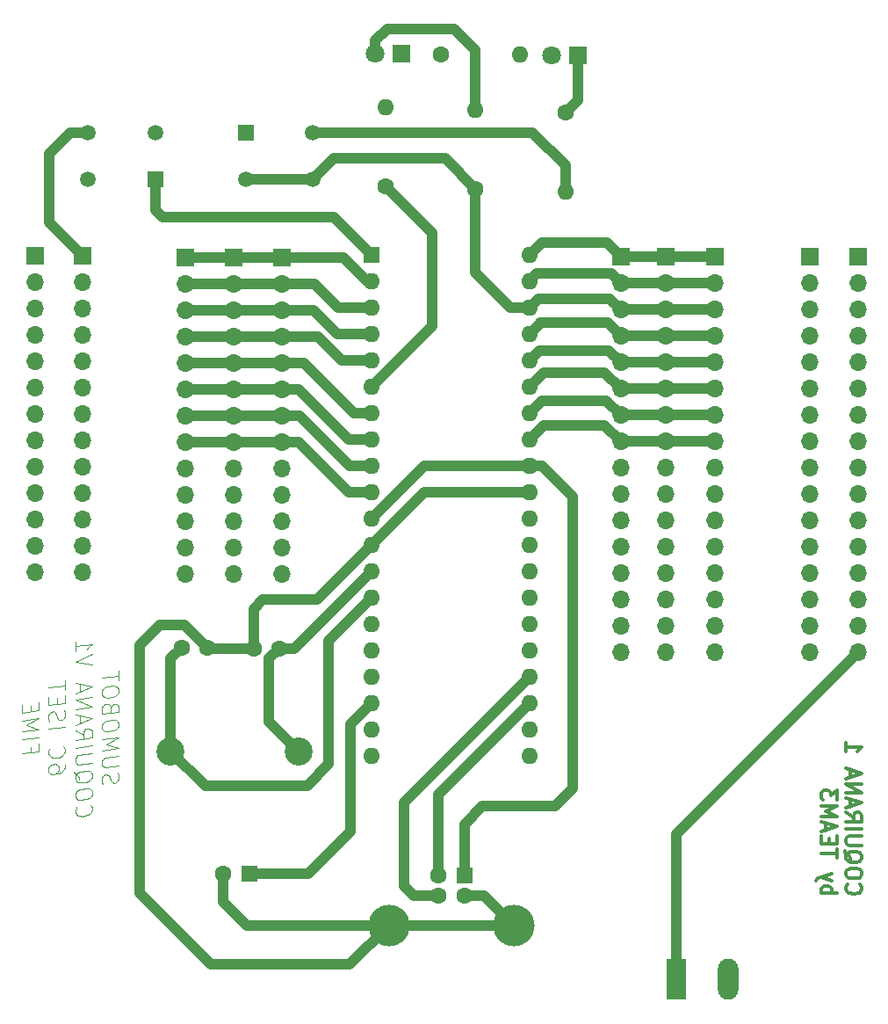
<source format=gbr>
%TF.GenerationSoftware,KiCad,Pcbnew,8.0.8*%
%TF.CreationDate,2025-04-18T17:50:53-06:00*%
%TF.ProjectId,Coquirana1,436f7175-6972-4616-9e61-312e6b696361,rev?*%
%TF.SameCoordinates,Original*%
%TF.FileFunction,Copper,L2,Bot*%
%TF.FilePolarity,Positive*%
%FSLAX46Y46*%
G04 Gerber Fmt 4.6, Leading zero omitted, Abs format (unit mm)*
G04 Created by KiCad (PCBNEW 8.0.8) date 2025-04-18 17:50:53*
%MOMM*%
%LPD*%
G01*
G04 APERTURE LIST*
%ADD10C,0.125000*%
%TA.AperFunction,NonConductor*%
%ADD11C,0.125000*%
%TD*%
%ADD12C,0.300000*%
%TA.AperFunction,NonConductor*%
%ADD13C,0.300000*%
%TD*%
%TA.AperFunction,ComponentPad*%
%ADD14C,1.600000*%
%TD*%
%TA.AperFunction,ComponentPad*%
%ADD15O,1.600000X1.600000*%
%TD*%
%TA.AperFunction,ComponentPad*%
%ADD16R,1.700000X1.700000*%
%TD*%
%TA.AperFunction,ComponentPad*%
%ADD17O,1.700000X1.700000*%
%TD*%
%TA.AperFunction,ComponentPad*%
%ADD18R,1.600000X1.600000*%
%TD*%
%TA.AperFunction,ComponentPad*%
%ADD19R,1.800000X1.800000*%
%TD*%
%TA.AperFunction,ComponentPad*%
%ADD20C,1.800000*%
%TD*%
%TA.AperFunction,ComponentPad*%
%ADD21C,4.000000*%
%TD*%
%TA.AperFunction,ComponentPad*%
%ADD22R,1.498000X1.498000*%
%TD*%
%TA.AperFunction,ComponentPad*%
%ADD23C,1.498000*%
%TD*%
%TA.AperFunction,ComponentPad*%
%ADD24R,1.980000X3.960000*%
%TD*%
%TA.AperFunction,ComponentPad*%
%ADD25O,1.980000X3.960000*%
%TD*%
%TA.AperFunction,ComponentPad*%
%ADD26C,2.700000*%
%TD*%
%TA.AperFunction,Conductor*%
%ADD27C,1.000000*%
%TD*%
%TA.AperFunction,Conductor*%
%ADD28C,0.200000*%
%TD*%
G04 APERTURE END LIST*
D10*
D11*
X115856230Y-115945237D02*
X115780039Y-115726189D01*
X115780039Y-115726189D02*
X115780039Y-115345237D01*
X115780039Y-115345237D02*
X115856230Y-115183332D01*
X115856230Y-115183332D02*
X115932420Y-115097618D01*
X115932420Y-115097618D02*
X116084801Y-115002379D01*
X116084801Y-115002379D02*
X116237182Y-114983332D01*
X116237182Y-114983332D02*
X116389563Y-115040475D01*
X116389563Y-115040475D02*
X116465753Y-115107141D01*
X116465753Y-115107141D02*
X116541944Y-115249999D01*
X116541944Y-115249999D02*
X116618134Y-115545237D01*
X116618134Y-115545237D02*
X116694325Y-115688094D01*
X116694325Y-115688094D02*
X116770515Y-115754760D01*
X116770515Y-115754760D02*
X116922896Y-115811903D01*
X116922896Y-115811903D02*
X117075277Y-115792856D01*
X117075277Y-115792856D02*
X117227658Y-115697618D01*
X117227658Y-115697618D02*
X117303849Y-115611903D01*
X117303849Y-115611903D02*
X117380039Y-115449999D01*
X117380039Y-115449999D02*
X117380039Y-115069046D01*
X117380039Y-115069046D02*
X117303849Y-114849999D01*
X117380039Y-114154760D02*
X116084801Y-114316665D01*
X116084801Y-114316665D02*
X115932420Y-114259522D01*
X115932420Y-114259522D02*
X115856230Y-114192855D01*
X115856230Y-114192855D02*
X115780039Y-114049998D01*
X115780039Y-114049998D02*
X115780039Y-113745236D01*
X115780039Y-113745236D02*
X115856230Y-113583331D01*
X115856230Y-113583331D02*
X115932420Y-113497617D01*
X115932420Y-113497617D02*
X116084801Y-113402379D01*
X116084801Y-113402379D02*
X117380039Y-113240474D01*
X115780039Y-112678570D02*
X117380039Y-112478570D01*
X117380039Y-112478570D02*
X116237182Y-112088094D01*
X116237182Y-112088094D02*
X117380039Y-111411903D01*
X117380039Y-111411903D02*
X115780039Y-111611903D01*
X117380039Y-110345237D02*
X117380039Y-110040475D01*
X117380039Y-110040475D02*
X117303849Y-109897618D01*
X117303849Y-109897618D02*
X117151468Y-109764285D01*
X117151468Y-109764285D02*
X116846706Y-109726189D01*
X116846706Y-109726189D02*
X116313372Y-109792856D01*
X116313372Y-109792856D02*
X116008610Y-109907142D01*
X116008610Y-109907142D02*
X115856230Y-110078570D01*
X115856230Y-110078570D02*
X115780039Y-110240475D01*
X115780039Y-110240475D02*
X115780039Y-110545237D01*
X115780039Y-110545237D02*
X115856230Y-110688094D01*
X115856230Y-110688094D02*
X116008610Y-110821428D01*
X116008610Y-110821428D02*
X116313372Y-110859523D01*
X116313372Y-110859523D02*
X116846706Y-110792856D01*
X116846706Y-110792856D02*
X117151468Y-110678570D01*
X117151468Y-110678570D02*
X117303849Y-110507142D01*
X117303849Y-110507142D02*
X117380039Y-110345237D01*
X116618134Y-108535714D02*
X116541944Y-108316666D01*
X116541944Y-108316666D02*
X116465753Y-108249999D01*
X116465753Y-108249999D02*
X116313372Y-108192857D01*
X116313372Y-108192857D02*
X116084801Y-108221428D01*
X116084801Y-108221428D02*
X115932420Y-108316666D01*
X115932420Y-108316666D02*
X115856230Y-108402380D01*
X115856230Y-108402380D02*
X115780039Y-108564285D01*
X115780039Y-108564285D02*
X115780039Y-109173809D01*
X115780039Y-109173809D02*
X117380039Y-108973809D01*
X117380039Y-108973809D02*
X117380039Y-108440476D01*
X117380039Y-108440476D02*
X117303849Y-108297618D01*
X117303849Y-108297618D02*
X117227658Y-108230952D01*
X117227658Y-108230952D02*
X117075277Y-108173809D01*
X117075277Y-108173809D02*
X116922896Y-108192857D01*
X116922896Y-108192857D02*
X116770515Y-108288095D01*
X116770515Y-108288095D02*
X116694325Y-108373809D01*
X116694325Y-108373809D02*
X116618134Y-108535714D01*
X116618134Y-108535714D02*
X116618134Y-109069047D01*
X117380039Y-107069047D02*
X117380039Y-106764285D01*
X117380039Y-106764285D02*
X117303849Y-106621428D01*
X117303849Y-106621428D02*
X117151468Y-106488095D01*
X117151468Y-106488095D02*
X116846706Y-106449999D01*
X116846706Y-106449999D02*
X116313372Y-106516666D01*
X116313372Y-106516666D02*
X116008610Y-106630952D01*
X116008610Y-106630952D02*
X115856230Y-106802380D01*
X115856230Y-106802380D02*
X115780039Y-106964285D01*
X115780039Y-106964285D02*
X115780039Y-107269047D01*
X115780039Y-107269047D02*
X115856230Y-107411904D01*
X115856230Y-107411904D02*
X116008610Y-107545238D01*
X116008610Y-107545238D02*
X116313372Y-107583333D01*
X116313372Y-107583333D02*
X116846706Y-107516666D01*
X116846706Y-107516666D02*
X117151468Y-107402380D01*
X117151468Y-107402380D02*
X117303849Y-107230952D01*
X117303849Y-107230952D02*
X117380039Y-107069047D01*
X117380039Y-105926190D02*
X117380039Y-105011905D01*
X115780039Y-105669048D02*
X117380039Y-105469048D01*
X113356510Y-118107143D02*
X113280320Y-118192857D01*
X113280320Y-118192857D02*
X113204129Y-118430952D01*
X113204129Y-118430952D02*
X113204129Y-118583333D01*
X113204129Y-118583333D02*
X113280320Y-118802381D01*
X113280320Y-118802381D02*
X113432700Y-118935714D01*
X113432700Y-118935714D02*
X113585081Y-118992857D01*
X113585081Y-118992857D02*
X113889843Y-119030952D01*
X113889843Y-119030952D02*
X114118415Y-119002381D01*
X114118415Y-119002381D02*
X114423177Y-118888095D01*
X114423177Y-118888095D02*
X114575558Y-118792857D01*
X114575558Y-118792857D02*
X114727939Y-118621428D01*
X114727939Y-118621428D02*
X114804129Y-118383333D01*
X114804129Y-118383333D02*
X114804129Y-118230952D01*
X114804129Y-118230952D02*
X114727939Y-118011905D01*
X114727939Y-118011905D02*
X114651748Y-117945238D01*
X114804129Y-116935714D02*
X114804129Y-116630952D01*
X114804129Y-116630952D02*
X114727939Y-116488095D01*
X114727939Y-116488095D02*
X114575558Y-116354762D01*
X114575558Y-116354762D02*
X114270796Y-116316666D01*
X114270796Y-116316666D02*
X113737462Y-116383333D01*
X113737462Y-116383333D02*
X113432700Y-116497619D01*
X113432700Y-116497619D02*
X113280320Y-116669047D01*
X113280320Y-116669047D02*
X113204129Y-116830952D01*
X113204129Y-116830952D02*
X113204129Y-117135714D01*
X113204129Y-117135714D02*
X113280320Y-117278571D01*
X113280320Y-117278571D02*
X113432700Y-117411905D01*
X113432700Y-117411905D02*
X113737462Y-117450000D01*
X113737462Y-117450000D02*
X114270796Y-117383333D01*
X114270796Y-117383333D02*
X114575558Y-117269047D01*
X114575558Y-117269047D02*
X114727939Y-117097619D01*
X114727939Y-117097619D02*
X114804129Y-116935714D01*
X113051748Y-114716667D02*
X113127939Y-114859524D01*
X113127939Y-114859524D02*
X113280320Y-114992857D01*
X113280320Y-114992857D02*
X113508891Y-115192857D01*
X113508891Y-115192857D02*
X113585081Y-115335715D01*
X113585081Y-115335715D02*
X113585081Y-115488095D01*
X113204129Y-115459524D02*
X113280320Y-115602381D01*
X113280320Y-115602381D02*
X113432700Y-115735715D01*
X113432700Y-115735715D02*
X113737462Y-115773810D01*
X113737462Y-115773810D02*
X114270796Y-115707143D01*
X114270796Y-115707143D02*
X114575558Y-115592857D01*
X114575558Y-115592857D02*
X114727939Y-115421429D01*
X114727939Y-115421429D02*
X114804129Y-115259524D01*
X114804129Y-115259524D02*
X114804129Y-114954762D01*
X114804129Y-114954762D02*
X114727939Y-114811905D01*
X114727939Y-114811905D02*
X114575558Y-114678572D01*
X114575558Y-114678572D02*
X114270796Y-114640476D01*
X114270796Y-114640476D02*
X113737462Y-114707143D01*
X113737462Y-114707143D02*
X113432700Y-114821429D01*
X113432700Y-114821429D02*
X113280320Y-114992857D01*
X113280320Y-114992857D02*
X113204129Y-115154762D01*
X113204129Y-115154762D02*
X113204129Y-115459524D01*
X114804129Y-113888096D02*
X113508891Y-114050001D01*
X113508891Y-114050001D02*
X113356510Y-113992858D01*
X113356510Y-113992858D02*
X113280320Y-113926191D01*
X113280320Y-113926191D02*
X113204129Y-113783334D01*
X113204129Y-113783334D02*
X113204129Y-113478572D01*
X113204129Y-113478572D02*
X113280320Y-113316667D01*
X113280320Y-113316667D02*
X113356510Y-113230953D01*
X113356510Y-113230953D02*
X113508891Y-113135715D01*
X113508891Y-113135715D02*
X114804129Y-112973810D01*
X113204129Y-112411906D02*
X114804129Y-112211906D01*
X113204129Y-110735715D02*
X113966034Y-111173810D01*
X113204129Y-111650001D02*
X114804129Y-111450001D01*
X114804129Y-111450001D02*
X114804129Y-110840477D01*
X114804129Y-110840477D02*
X114727939Y-110697620D01*
X114727939Y-110697620D02*
X114651748Y-110630953D01*
X114651748Y-110630953D02*
X114499367Y-110573810D01*
X114499367Y-110573810D02*
X114270796Y-110602382D01*
X114270796Y-110602382D02*
X114118415Y-110697620D01*
X114118415Y-110697620D02*
X114042224Y-110783334D01*
X114042224Y-110783334D02*
X113966034Y-110945239D01*
X113966034Y-110945239D02*
X113966034Y-111554763D01*
X113661272Y-110069049D02*
X113661272Y-109307144D01*
X113204129Y-110278572D02*
X114804129Y-109545239D01*
X114804129Y-109545239D02*
X113204129Y-109211906D01*
X113204129Y-108678572D02*
X114804129Y-108478572D01*
X114804129Y-108478572D02*
X113204129Y-107764286D01*
X113204129Y-107764286D02*
X114804129Y-107564286D01*
X113661272Y-107021430D02*
X113661272Y-106259525D01*
X113204129Y-107230953D02*
X114804129Y-106497620D01*
X114804129Y-106497620D02*
X113204129Y-106164287D01*
X114804129Y-104440476D02*
X113204129Y-104107143D01*
X113204129Y-104107143D02*
X114804129Y-103373810D01*
X113204129Y-102202381D02*
X113204129Y-103116666D01*
X113204129Y-102659524D02*
X114804129Y-102459524D01*
X114804129Y-102459524D02*
X114575558Y-102640476D01*
X114575558Y-102640476D02*
X114423177Y-102811905D01*
X114423177Y-102811905D02*
X114346986Y-102973809D01*
X112228219Y-114040477D02*
X112228219Y-114345239D01*
X112228219Y-114345239D02*
X112152029Y-114507143D01*
X112152029Y-114507143D02*
X112075838Y-114592858D01*
X112075838Y-114592858D02*
X111847267Y-114773810D01*
X111847267Y-114773810D02*
X111542505Y-114888096D01*
X111542505Y-114888096D02*
X110932981Y-114964286D01*
X110932981Y-114964286D02*
X110780600Y-114907143D01*
X110780600Y-114907143D02*
X110704410Y-114840477D01*
X110704410Y-114840477D02*
X110628219Y-114697620D01*
X110628219Y-114697620D02*
X110628219Y-114392858D01*
X110628219Y-114392858D02*
X110704410Y-114230953D01*
X110704410Y-114230953D02*
X110780600Y-114145239D01*
X110780600Y-114145239D02*
X110932981Y-114050000D01*
X110932981Y-114050000D02*
X111313933Y-114002381D01*
X111313933Y-114002381D02*
X111466314Y-114059524D01*
X111466314Y-114059524D02*
X111542505Y-114126191D01*
X111542505Y-114126191D02*
X111618695Y-114269048D01*
X111618695Y-114269048D02*
X111618695Y-114573810D01*
X111618695Y-114573810D02*
X111542505Y-114735715D01*
X111542505Y-114735715D02*
X111466314Y-114821429D01*
X111466314Y-114821429D02*
X111313933Y-114916667D01*
X110780600Y-112469048D02*
X110704410Y-112554762D01*
X110704410Y-112554762D02*
X110628219Y-112792857D01*
X110628219Y-112792857D02*
X110628219Y-112945238D01*
X110628219Y-112945238D02*
X110704410Y-113164286D01*
X110704410Y-113164286D02*
X110856790Y-113297619D01*
X110856790Y-113297619D02*
X111009171Y-113354762D01*
X111009171Y-113354762D02*
X111313933Y-113392857D01*
X111313933Y-113392857D02*
X111542505Y-113364286D01*
X111542505Y-113364286D02*
X111847267Y-113250000D01*
X111847267Y-113250000D02*
X111999648Y-113154762D01*
X111999648Y-113154762D02*
X112152029Y-112983333D01*
X112152029Y-112983333D02*
X112228219Y-112745238D01*
X112228219Y-112745238D02*
X112228219Y-112592857D01*
X112228219Y-112592857D02*
X112152029Y-112373810D01*
X112152029Y-112373810D02*
X112075838Y-112307143D01*
X110628219Y-110583333D02*
X112228219Y-110383333D01*
X110704410Y-109888095D02*
X110628219Y-109669047D01*
X110628219Y-109669047D02*
X110628219Y-109288095D01*
X110628219Y-109288095D02*
X110704410Y-109126190D01*
X110704410Y-109126190D02*
X110780600Y-109040476D01*
X110780600Y-109040476D02*
X110932981Y-108945237D01*
X110932981Y-108945237D02*
X111085362Y-108926190D01*
X111085362Y-108926190D02*
X111237743Y-108983333D01*
X111237743Y-108983333D02*
X111313933Y-109049999D01*
X111313933Y-109049999D02*
X111390124Y-109192857D01*
X111390124Y-109192857D02*
X111466314Y-109488095D01*
X111466314Y-109488095D02*
X111542505Y-109630952D01*
X111542505Y-109630952D02*
X111618695Y-109697618D01*
X111618695Y-109697618D02*
X111771076Y-109754761D01*
X111771076Y-109754761D02*
X111923457Y-109735714D01*
X111923457Y-109735714D02*
X112075838Y-109640476D01*
X112075838Y-109640476D02*
X112152029Y-109554761D01*
X112152029Y-109554761D02*
X112228219Y-109392857D01*
X112228219Y-109392857D02*
X112228219Y-109011904D01*
X112228219Y-109011904D02*
X112152029Y-108792857D01*
X111466314Y-108192856D02*
X111466314Y-107659523D01*
X110628219Y-107535713D02*
X110628219Y-108297618D01*
X110628219Y-108297618D02*
X112228219Y-108097618D01*
X112228219Y-108097618D02*
X112228219Y-107335713D01*
X112228219Y-106878570D02*
X112228219Y-105964285D01*
X110628219Y-106621428D02*
X112228219Y-106421428D01*
X108890404Y-112345238D02*
X108890404Y-112878571D01*
X108052309Y-112983333D02*
X109652309Y-112783333D01*
X109652309Y-112783333D02*
X109652309Y-112021428D01*
X108052309Y-111611904D02*
X109652309Y-111411904D01*
X108052309Y-110849999D02*
X109652309Y-110649999D01*
X109652309Y-110649999D02*
X108509452Y-110259523D01*
X108509452Y-110259523D02*
X109652309Y-109583332D01*
X109652309Y-109583332D02*
X108052309Y-109783332D01*
X108890404Y-108916666D02*
X108890404Y-108383333D01*
X108052309Y-108259523D02*
X108052309Y-109021428D01*
X108052309Y-109021428D02*
X109652309Y-108821428D01*
X109652309Y-108821428D02*
X109652309Y-108059523D01*
D12*
D13*
X187656944Y-125588346D02*
X187585516Y-125659774D01*
X187585516Y-125659774D02*
X187514087Y-125874060D01*
X187514087Y-125874060D02*
X187514087Y-126016917D01*
X187514087Y-126016917D02*
X187585516Y-126231203D01*
X187585516Y-126231203D02*
X187728373Y-126374060D01*
X187728373Y-126374060D02*
X187871230Y-126445489D01*
X187871230Y-126445489D02*
X188156944Y-126516917D01*
X188156944Y-126516917D02*
X188371230Y-126516917D01*
X188371230Y-126516917D02*
X188656944Y-126445489D01*
X188656944Y-126445489D02*
X188799801Y-126374060D01*
X188799801Y-126374060D02*
X188942658Y-126231203D01*
X188942658Y-126231203D02*
X189014087Y-126016917D01*
X189014087Y-126016917D02*
X189014087Y-125874060D01*
X189014087Y-125874060D02*
X188942658Y-125659774D01*
X188942658Y-125659774D02*
X188871230Y-125588346D01*
X189014087Y-124659774D02*
X189014087Y-124374060D01*
X189014087Y-124374060D02*
X188942658Y-124231203D01*
X188942658Y-124231203D02*
X188799801Y-124088346D01*
X188799801Y-124088346D02*
X188514087Y-124016917D01*
X188514087Y-124016917D02*
X188014087Y-124016917D01*
X188014087Y-124016917D02*
X187728373Y-124088346D01*
X187728373Y-124088346D02*
X187585516Y-124231203D01*
X187585516Y-124231203D02*
X187514087Y-124374060D01*
X187514087Y-124374060D02*
X187514087Y-124659774D01*
X187514087Y-124659774D02*
X187585516Y-124802632D01*
X187585516Y-124802632D02*
X187728373Y-124945489D01*
X187728373Y-124945489D02*
X188014087Y-125016917D01*
X188014087Y-125016917D02*
X188514087Y-125016917D01*
X188514087Y-125016917D02*
X188799801Y-124945489D01*
X188799801Y-124945489D02*
X188942658Y-124802632D01*
X188942658Y-124802632D02*
X189014087Y-124659774D01*
X187371230Y-122374060D02*
X187442658Y-122516917D01*
X187442658Y-122516917D02*
X187585516Y-122659774D01*
X187585516Y-122659774D02*
X187799801Y-122874060D01*
X187799801Y-122874060D02*
X187871230Y-123016917D01*
X187871230Y-123016917D02*
X187871230Y-123159774D01*
X187514087Y-123088345D02*
X187585516Y-123231203D01*
X187585516Y-123231203D02*
X187728373Y-123374060D01*
X187728373Y-123374060D02*
X188014087Y-123445488D01*
X188014087Y-123445488D02*
X188514087Y-123445488D01*
X188514087Y-123445488D02*
X188799801Y-123374060D01*
X188799801Y-123374060D02*
X188942658Y-123231203D01*
X188942658Y-123231203D02*
X189014087Y-123088345D01*
X189014087Y-123088345D02*
X189014087Y-122802631D01*
X189014087Y-122802631D02*
X188942658Y-122659774D01*
X188942658Y-122659774D02*
X188799801Y-122516917D01*
X188799801Y-122516917D02*
X188514087Y-122445488D01*
X188514087Y-122445488D02*
X188014087Y-122445488D01*
X188014087Y-122445488D02*
X187728373Y-122516917D01*
X187728373Y-122516917D02*
X187585516Y-122659774D01*
X187585516Y-122659774D02*
X187514087Y-122802631D01*
X187514087Y-122802631D02*
X187514087Y-123088345D01*
X189014087Y-121802631D02*
X187799801Y-121802631D01*
X187799801Y-121802631D02*
X187656944Y-121731202D01*
X187656944Y-121731202D02*
X187585516Y-121659774D01*
X187585516Y-121659774D02*
X187514087Y-121516916D01*
X187514087Y-121516916D02*
X187514087Y-121231202D01*
X187514087Y-121231202D02*
X187585516Y-121088345D01*
X187585516Y-121088345D02*
X187656944Y-121016916D01*
X187656944Y-121016916D02*
X187799801Y-120945488D01*
X187799801Y-120945488D02*
X189014087Y-120945488D01*
X187514087Y-120231202D02*
X189014087Y-120231202D01*
X187514087Y-118659773D02*
X188228373Y-119159773D01*
X187514087Y-119516916D02*
X189014087Y-119516916D01*
X189014087Y-119516916D02*
X189014087Y-118945487D01*
X189014087Y-118945487D02*
X188942658Y-118802630D01*
X188942658Y-118802630D02*
X188871230Y-118731201D01*
X188871230Y-118731201D02*
X188728373Y-118659773D01*
X188728373Y-118659773D02*
X188514087Y-118659773D01*
X188514087Y-118659773D02*
X188371230Y-118731201D01*
X188371230Y-118731201D02*
X188299801Y-118802630D01*
X188299801Y-118802630D02*
X188228373Y-118945487D01*
X188228373Y-118945487D02*
X188228373Y-119516916D01*
X187942658Y-118088344D02*
X187942658Y-117374059D01*
X187514087Y-118231201D02*
X189014087Y-117731201D01*
X189014087Y-117731201D02*
X187514087Y-117231201D01*
X187514087Y-116731202D02*
X189014087Y-116731202D01*
X189014087Y-116731202D02*
X187514087Y-115874059D01*
X187514087Y-115874059D02*
X189014087Y-115874059D01*
X187942658Y-115231201D02*
X187942658Y-114516916D01*
X187514087Y-115374058D02*
X189014087Y-114874058D01*
X189014087Y-114874058D02*
X187514087Y-114374058D01*
X187514087Y-111945487D02*
X187514087Y-112802630D01*
X187514087Y-112374059D02*
X189014087Y-112374059D01*
X189014087Y-112374059D02*
X188799801Y-112516916D01*
X188799801Y-112516916D02*
X188656944Y-112659773D01*
X188656944Y-112659773D02*
X188585516Y-112802630D01*
X185099171Y-126445489D02*
X186599171Y-126445489D01*
X186027742Y-126445489D02*
X186099171Y-126302632D01*
X186099171Y-126302632D02*
X186099171Y-126016917D01*
X186099171Y-126016917D02*
X186027742Y-125874060D01*
X186027742Y-125874060D02*
X185956314Y-125802632D01*
X185956314Y-125802632D02*
X185813457Y-125731203D01*
X185813457Y-125731203D02*
X185384885Y-125731203D01*
X185384885Y-125731203D02*
X185242028Y-125802632D01*
X185242028Y-125802632D02*
X185170600Y-125874060D01*
X185170600Y-125874060D02*
X185099171Y-126016917D01*
X185099171Y-126016917D02*
X185099171Y-126302632D01*
X185099171Y-126302632D02*
X185170600Y-126445489D01*
X186099171Y-125231203D02*
X185099171Y-124874060D01*
X186099171Y-124516917D02*
X185099171Y-124874060D01*
X185099171Y-124874060D02*
X184742028Y-125016917D01*
X184742028Y-125016917D02*
X184670600Y-125088346D01*
X184670600Y-125088346D02*
X184599171Y-125231203D01*
X186599171Y-123016917D02*
X186599171Y-122159775D01*
X185099171Y-122588346D02*
X186599171Y-122588346D01*
X185884885Y-121659775D02*
X185884885Y-121159775D01*
X185099171Y-120945489D02*
X185099171Y-121659775D01*
X185099171Y-121659775D02*
X186599171Y-121659775D01*
X186599171Y-121659775D02*
X186599171Y-120945489D01*
X185527742Y-120374060D02*
X185527742Y-119659775D01*
X185099171Y-120516917D02*
X186599171Y-120016917D01*
X186599171Y-120016917D02*
X185099171Y-119516917D01*
X185099171Y-119016918D02*
X186599171Y-119016918D01*
X186599171Y-119016918D02*
X185527742Y-118516918D01*
X185527742Y-118516918D02*
X186599171Y-118016918D01*
X186599171Y-118016918D02*
X185099171Y-118016918D01*
X186599171Y-117445489D02*
X186599171Y-116516917D01*
X186599171Y-116516917D02*
X186027742Y-117016917D01*
X186027742Y-117016917D02*
X186027742Y-116802632D01*
X186027742Y-116802632D02*
X185956314Y-116659775D01*
X185956314Y-116659775D02*
X185884885Y-116588346D01*
X185884885Y-116588346D02*
X185742028Y-116516917D01*
X185742028Y-116516917D02*
X185384885Y-116516917D01*
X185384885Y-116516917D02*
X185242028Y-116588346D01*
X185242028Y-116588346D02*
X185170600Y-116659775D01*
X185170600Y-116659775D02*
X185099171Y-116802632D01*
X185099171Y-116802632D02*
X185099171Y-117231203D01*
X185099171Y-117231203D02*
X185170600Y-117374060D01*
X185170600Y-117374060D02*
X185242028Y-117445489D01*
D14*
%TO.P,R5.1k,1*%
%TO.N,Net-(U1-Vpp{slash}~{MCLR}{slash}RE3)*%
X148480000Y-45650000D03*
D15*
%TO.P,R5.1k,2*%
%TO.N,VCC*%
X156100000Y-45650000D03*
%TD*%
D16*
%TO.P,J3,1,Pin_1*%
%TO.N,pin2*%
X123800000Y-65210000D03*
D17*
%TO.P,J3,2,Pin_2*%
%TO.N,pin3*%
X123800000Y-67750000D03*
%TO.P,J3,3,Pin_3*%
%TO.N,pin4*%
X123800000Y-70290000D03*
%TO.P,J3,4,Pin_4*%
%TO.N,pin5*%
X123800000Y-72830000D03*
%TO.P,J3,5,Pin_5*%
%TO.N,pin7*%
X123800000Y-75370000D03*
%TO.P,J3,6,Pin_6*%
%TO.N,pin8*%
X123800000Y-77910000D03*
%TO.P,J3,7,Pin_7*%
%TO.N,pin9*%
X123800000Y-80450000D03*
%TO.P,J3,8,Pin_8*%
%TO.N,pin10*%
X123800000Y-82990000D03*
%TO.P,J3,9,Pin_9*%
%TO.N,pin15*%
X123800000Y-85530000D03*
%TO.P,J3,10,Pin_10*%
%TO.N,pin16*%
X123800000Y-88070000D03*
%TO.P,J3,11,Pin_11*%
%TO.N,pin17*%
X123800000Y-90610000D03*
%TO.P,J3,12,Pin_12*%
%TO.N,pin20*%
X123800000Y-93150000D03*
%TO.P,J3,13,Pin_13*%
%TO.N,pin19*%
X123800000Y-95690000D03*
%TD*%
D16*
%TO.P,VCC,1,Pin_1*%
%TO.N,VCC*%
X109300000Y-65050000D03*
D17*
%TO.P,VCC,2,Pin_2*%
X109300000Y-67590000D03*
%TO.P,VCC,3,Pin_3*%
X109300000Y-70130000D03*
%TO.P,VCC,4,Pin_4*%
X109300000Y-72670000D03*
%TO.P,VCC,5,Pin_5*%
X109300000Y-75210000D03*
%TO.P,VCC,6,Pin_6*%
X109300000Y-77750000D03*
%TO.P,VCC,7,Pin_7*%
X109300000Y-80290000D03*
%TO.P,VCC,8,Pin_8*%
X109300000Y-82830000D03*
%TO.P,VCC,9,Pin_9*%
X109300000Y-85370000D03*
%TO.P,VCC,10,Pin_10*%
X109300000Y-87910000D03*
%TO.P,VCC,11,Pin_11*%
X109300000Y-90450000D03*
%TO.P,VCC,12,Pin_12*%
X109300000Y-92990000D03*
%TO.P,VCC,13,Pin_13*%
X109300000Y-95530000D03*
%TD*%
D14*
%TO.P,15pF,1*%
%TO.N,Earth*%
X130400000Y-102850000D03*
%TO.P,15pF,2*%
%TO.N,Net-(U1-OSC1{slash}CLKI)*%
X132900000Y-102850000D03*
%TD*%
D16*
%TO.P,VCC,1,Pin_1*%
%TO.N,VCC*%
X184000000Y-65120000D03*
D17*
%TO.P,VCC,2,Pin_2*%
X184000000Y-67660000D03*
%TO.P,VCC,3,Pin_3*%
X184000000Y-70200000D03*
%TO.P,VCC,4,Pin_4*%
X184000000Y-72740000D03*
%TO.P,VCC,5,Pin_5*%
X184000000Y-75280000D03*
%TO.P,VCC,6,Pin_6*%
X184000000Y-77820000D03*
%TO.P,VCC,7,Pin_7*%
X184000000Y-80360000D03*
%TO.P,VCC,8,Pin_8*%
X184000000Y-82900000D03*
%TO.P,VCC,9,Pin_9*%
X184000000Y-85440000D03*
%TO.P,VCC,10,Pin_10*%
X184000000Y-87980000D03*
%TO.P,VCC,11,Pin_11*%
X184000000Y-90520000D03*
%TO.P,VCC,12,Pin_12*%
X184000000Y-93060000D03*
%TO.P,VCC,13,Pin_13*%
X184000000Y-95600000D03*
%TO.P,VCC,14,Pin_14*%
X184000000Y-98140000D03*
%TO.P,VCC,15,Pin_15*%
X184000000Y-100680000D03*
%TO.P,VCC,16,Pin_16*%
X184000000Y-103220000D03*
%TD*%
D18*
%TO.P,C220nF,1*%
%TO.N,Net-(U1-VUSB)*%
X129982380Y-124550000D03*
D14*
%TO.P,C220nF,2*%
%TO.N,Earth*%
X127482380Y-124550000D03*
%TD*%
D15*
%TO.P,PIC18F4550,40,RB7/KBI3/PGD*%
%TO.N,pin40*%
X157000000Y-64950000D03*
%TO.P,PIC18F4550,39,RB6/KBI2/PGC*%
%TO.N,pin39*%
X157000000Y-67490000D03*
%TO.P,PIC18F4550,38,RB5/KBI1/PGM*%
%TO.N,pin38*%
X157000000Y-70030000D03*
%TO.P,PIC18F4550,37,RB4/AN11/KBI0/CSSPP*%
%TO.N,pin37*%
X157000000Y-72570000D03*
%TO.P,PIC18F4550,36,RB3/AN9/CCP2/VPO*%
%TO.N,pin36*%
X157000000Y-75110000D03*
%TO.P,PIC18F4550,35,RB2/AN8/INT2/VMO*%
%TO.N,pin35*%
X157000000Y-77650000D03*
%TO.P,PIC18F4550,34,RB1/AN10/INT1/SCK/SCL*%
%TO.N,pin34*%
X157000000Y-80190000D03*
%TO.P,PIC18F4550,33,RB0/AN12/INT0/FLT0/SDI/SDA*%
%TO.N,pin33*%
X157000000Y-82730000D03*
%TO.P,PIC18F4550,32,VDD*%
%TO.N,VCC*%
X157000000Y-85270000D03*
%TO.P,PIC18F4550,31,VSS*%
%TO.N,Earth*%
X157000000Y-87810000D03*
%TO.P,PIC18F4550,30,P1D/SPP7/RD7*%
%TO.N,pin30*%
X157000000Y-90350000D03*
%TO.P,PIC18F4550,29,P1C/SPP6/RD6*%
%TO.N,pin29*%
X157000000Y-92890000D03*
%TO.P,PIC18F4550,28,P1B/SPP5/RD5*%
%TO.N,pin28*%
X157000000Y-95430000D03*
%TO.P,PIC18F4550,27,SPP4/RD4*%
%TO.N,pin27*%
X157000000Y-97970000D03*
%TO.P,PIC18F4550,26,SDO/RX/DT/RC7*%
%TO.N,pin26*%
X157000000Y-100510000D03*
%TO.P,PIC18F4550,25,TX/CK/RC6*%
%TO.N,pin25*%
X157000000Y-103050000D03*
%TO.P,PIC18F4550,24,VP/D+/RC5*%
%TO.N,Net-(J1-D+)*%
X157000000Y-105590000D03*
%TO.P,PIC18F4550,23,VM/D-/RC4*%
%TO.N,Net-(J1-D-)*%
X157000000Y-108130000D03*
%TO.P,PIC18F4550,22,SPP3/RD3*%
%TO.N,pin22*%
X157000000Y-110670000D03*
%TO.P,PIC18F4550,21,SPP2/RD2*%
%TO.N,pin21*%
X157000000Y-113210000D03*
%TO.P,PIC18F4550,20,SPP1/RD1*%
%TO.N,pin20*%
X141760000Y-113210000D03*
%TO.P,PIC18F4550,19,SPP0/RD0*%
%TO.N,pin19*%
X141760000Y-110670000D03*
%TO.P,PIC18F4550,18,VUSB*%
%TO.N,Net-(U1-VUSB)*%
X141760000Y-108130000D03*
%TO.P,PIC18F4550,17,P1A/CCP1/RC2*%
%TO.N,pin17*%
X141760000Y-105590000D03*
%TO.P,PIC18F4550,16,~{UOE}/CCP2/T1OSI/RC1*%
%TO.N,pin16*%
X141760000Y-103050000D03*
%TO.P,PIC18F4550,15,T1OSO/T13CKI/RC0*%
%TO.N,pin15*%
X141760000Y-100510000D03*
%TO.P,PIC18F4550,14,RA6/OSC2/CLKO*%
%TO.N,Net-(U1-RA6{slash}OSC2{slash}CLKO)*%
X141760000Y-97970000D03*
%TO.P,PIC18F4550,13,OSC1/CLKI*%
%TO.N,Net-(U1-OSC1{slash}CLKI)*%
X141760000Y-95430000D03*
%TO.P,PIC18F4550,12,VSS*%
%TO.N,Earth*%
X141760000Y-92890000D03*
%TO.P,PIC18F4550,11,VDD*%
%TO.N,VCC*%
X141760000Y-90350000D03*
%TO.P,PIC18F4550,10,OESPP/AN7/RE2*%
%TO.N,pin10*%
X141760000Y-87810000D03*
%TO.P,PIC18F4550,9,CK2SPP/AN6/RE1*%
%TO.N,pin9*%
X141760000Y-85270000D03*
%TO.P,PIC18F4550,8,CK1SPP/AN5/RE0*%
%TO.N,pin8*%
X141760000Y-82730000D03*
%TO.P,PIC18F4550,7,RA5/AN4/~{SS}/HLVDIN/C2OUT*%
%TO.N,pin7*%
X141760000Y-80190000D03*
%TO.P,PIC18F4550,6,RA4/T0CKI/C1OUT/RCV*%
%TO.N,Net-(U1-RA4{slash}T0CKI{slash}C1OUT{slash}RCV)*%
X141760000Y-77650000D03*
%TO.P,PIC18F4550,5,RA3/AN3/Vref+*%
%TO.N,pin5*%
X141760000Y-75110000D03*
%TO.P,PIC18F4550,4,RA2/AN2/Vref-/CVref*%
%TO.N,pin4*%
X141760000Y-72570000D03*
%TO.P,PIC18F4550,3,RA1/AN1*%
%TO.N,pin3*%
X141760000Y-70030000D03*
%TO.P,PIC18F4550,2,RA0/AN0*%
%TO.N,pin2*%
X141760000Y-67490000D03*
D18*
%TO.P,PIC18F4550,1,Vpp/~{MCLR}/RE3*%
%TO.N,Net-(U1-Vpp{slash}~{MCLR}{slash}RE3)*%
X141760000Y-64950000D03*
%TD*%
D19*
%TO.P,LEDR,1,K*%
%TO.N,Net-(D2-K)*%
X161670000Y-45700000D03*
D20*
%TO.P,LEDR,2,A*%
%TO.N,VCC*%
X159130000Y-45700000D03*
%TD*%
D16*
%TO.P,J4,1,Pin_1*%
%TO.N,pin2*%
X128450000Y-65210000D03*
D17*
%TO.P,J4,2,Pin_2*%
%TO.N,pin3*%
X128450000Y-67750000D03*
%TO.P,J4,3,Pin_3*%
%TO.N,pin4*%
X128450000Y-70290000D03*
%TO.P,J4,4,Pin_4*%
%TO.N,pin5*%
X128450000Y-72830000D03*
%TO.P,J4,5,Pin_5*%
%TO.N,pin7*%
X128450000Y-75370000D03*
%TO.P,J4,6,Pin_6*%
%TO.N,pin8*%
X128450000Y-77910000D03*
%TO.P,J4,7,Pin_7*%
%TO.N,pin9*%
X128450000Y-80450000D03*
%TO.P,J4,8,Pin_8*%
%TO.N,pin10*%
X128450000Y-82990000D03*
%TO.P,J4,9,Pin_9*%
%TO.N,pin15*%
X128450000Y-85530000D03*
%TO.P,J4,10,Pin_10*%
%TO.N,pin16*%
X128450000Y-88070000D03*
%TO.P,J4,11,Pin_11*%
%TO.N,pin17*%
X128450000Y-90610000D03*
%TO.P,J4,12,Pin_12*%
%TO.N,pin20*%
X128450000Y-93150000D03*
%TO.P,J4,13,Pin_13*%
%TO.N,pin19*%
X128450000Y-95690000D03*
%TD*%
D18*
%TO.P,USB,1,VBUS*%
%TO.N,VCC*%
X150700000Y-124690000D03*
D14*
%TO.P,USB,2,D-*%
%TO.N,Net-(J1-D-)*%
X148200000Y-124690000D03*
%TO.P,USB,3,D+*%
%TO.N,Net-(J1-D+)*%
X148200000Y-126690000D03*
%TO.P,USB,4,GND*%
%TO.N,Earth*%
X150700000Y-126690000D03*
D21*
%TO.P,USB,5,Shield*%
X155450000Y-129550000D03*
X143450000Y-129550000D03*
%TD*%
D14*
%TO.P,R5.1k,1*%
%TO.N,pin38*%
X151750000Y-58560000D03*
D15*
%TO.P,R5.1k,2*%
%TO.N,VCC*%
X151750000Y-50940000D03*
%TD*%
D22*
%TO.P,Boot,1*%
%TO.N,Earth*%
X129635000Y-53150000D03*
D23*
%TO.P,Boot,2*%
X136135000Y-53150000D03*
%TO.P,Boot,3*%
%TO.N,pin38*%
X129635000Y-57650000D03*
%TO.P,Boot,4*%
X136135000Y-57650000D03*
%TD*%
D24*
%TO.P,T-block,1,Pin_1*%
%TO.N,Earth*%
X171150000Y-134700000D03*
D25*
%TO.P,T-block,2,Pin_2*%
%TO.N,VCC*%
X176150000Y-134700000D03*
%TD*%
D22*
%TO.P,Reset,1*%
%TO.N,Net-(U1-Vpp{slash}~{MCLR}{slash}RE3)*%
X120950000Y-57700000D03*
D23*
%TO.P,Reset,2*%
X114450000Y-57700000D03*
%TO.P,Reset,3*%
%TO.N,Earth*%
X120950000Y-53200000D03*
%TO.P,Reset,4*%
X114450000Y-53200000D03*
%TD*%
D16*
%TO.P,J6,1,Pin_1*%
%TO.N,pin40*%
X165800000Y-65150000D03*
D17*
%TO.P,J6,2,Pin_2*%
%TO.N,pin39*%
X165800000Y-67690000D03*
%TO.P,J6,3,Pin_3*%
%TO.N,pin38*%
X165800000Y-70230000D03*
%TO.P,J6,4,Pin_4*%
%TO.N,pin37*%
X165800000Y-72770000D03*
%TO.P,J6,5,Pin_5*%
%TO.N,pin36*%
X165800000Y-75310000D03*
%TO.P,J6,6,Pin_6*%
%TO.N,pin35*%
X165800000Y-77850000D03*
%TO.P,J6,7,Pin_7*%
%TO.N,pin34*%
X165800000Y-80390000D03*
%TO.P,J6,8,Pin_8*%
%TO.N,pin33*%
X165800000Y-82930000D03*
%TO.P,J6,9,Pin_9*%
%TO.N,pin30*%
X165800000Y-85470000D03*
%TO.P,J6,10,Pin_10*%
%TO.N,pin29*%
X165800000Y-88010000D03*
%TO.P,J6,11,Pin_11*%
%TO.N,pin28*%
X165800000Y-90550000D03*
%TO.P,J6,12,Pin_12*%
%TO.N,pin27*%
X165800000Y-93090000D03*
%TO.P,J6,13,Pin_13*%
%TO.N,pin26*%
X165800000Y-95630000D03*
%TO.P,J6,14,Pin_14*%
%TO.N,pin25*%
X165800000Y-98170000D03*
%TO.P,J6,15,Pin_15*%
%TO.N,pin22*%
X165800000Y-100710000D03*
%TO.P,J6,16,Pin_16*%
%TO.N,pin21*%
X165800000Y-103250000D03*
%TD*%
D19*
%TO.P,LEDV,1,K*%
%TO.N,Net-(D1-K)*%
X144670000Y-45600000D03*
D20*
%TO.P,LEDV,2,A*%
%TO.N,VCC*%
X142130000Y-45600000D03*
%TD*%
D14*
%TO.P,R470,1*%
%TO.N,Net-(U1-RA4{slash}T0CKI{slash}C1OUT{slash}RCV)*%
X143100000Y-58360000D03*
D15*
%TO.P,R470,2*%
%TO.N,Net-(D1-K)*%
X143100000Y-50740000D03*
%TD*%
D14*
%TO.P,15pF,1*%
%TO.N,Net-(U1-RA6{slash}OSC2{slash}CLKO)*%
X123450000Y-102800000D03*
%TO.P,15pF,2*%
%TO.N,Earth*%
X125950000Y-102800000D03*
%TD*%
D16*
%TO.P,GND,1,Pin_1*%
%TO.N,Earth*%
X113950000Y-65050000D03*
D17*
%TO.P,GND,2,Pin_2*%
X113950000Y-67590000D03*
%TO.P,GND,3,Pin_3*%
X113950000Y-70130000D03*
%TO.P,GND,4,Pin_4*%
X113950000Y-72670000D03*
%TO.P,GND,5,Pin_5*%
X113950000Y-75210000D03*
%TO.P,GND,6,Pin_6*%
X113950000Y-77750000D03*
%TO.P,GND,7,Pin_7*%
X113950000Y-80290000D03*
%TO.P,GND,8,Pin_8*%
X113950000Y-82830000D03*
%TO.P,GND,9,Pin_9*%
X113950000Y-85370000D03*
%TO.P,GND,10,Pin_10*%
X113950000Y-87910000D03*
%TO.P,GND,11,Pin_11*%
X113950000Y-90450000D03*
%TO.P,GND,12,Pin_12*%
X113950000Y-92990000D03*
%TO.P,GND,13,Pin_13*%
X113950000Y-95530000D03*
%TD*%
D14*
%TO.P,R470,1*%
%TO.N,Net-(D2-K)*%
X160450000Y-51240000D03*
D15*
%TO.P,R470,2*%
%TO.N,Earth*%
X160450000Y-58860000D03*
%TD*%
D26*
%TO.P,20MHz,1,1*%
%TO.N,Net-(U1-RA6{slash}OSC2{slash}CLKO)*%
X122400000Y-112750000D03*
%TO.P,20MHz,2,2*%
%TO.N,Net-(U1-OSC1{slash}CLKI)*%
X134740000Y-112750000D03*
%TD*%
D16*
%TO.P,J8,1,Pin_1*%
%TO.N,pin40*%
X174900000Y-65150000D03*
D17*
%TO.P,J8,2,Pin_2*%
%TO.N,pin39*%
X174900000Y-67690000D03*
%TO.P,J8,3,Pin_3*%
%TO.N,pin38*%
X174900000Y-70230000D03*
%TO.P,J8,4,Pin_4*%
%TO.N,pin37*%
X174900000Y-72770000D03*
%TO.P,J8,5,Pin_5*%
%TO.N,pin36*%
X174900000Y-75310000D03*
%TO.P,J8,6,Pin_6*%
%TO.N,pin35*%
X174900000Y-77850000D03*
%TO.P,J8,7,Pin_7*%
%TO.N,pin34*%
X174900000Y-80390000D03*
%TO.P,J8,8,Pin_8*%
%TO.N,pin33*%
X174900000Y-82930000D03*
%TO.P,J8,9,Pin_9*%
%TO.N,pin30*%
X174900000Y-85470000D03*
%TO.P,J8,10,Pin_10*%
%TO.N,pin29*%
X174900000Y-88010000D03*
%TO.P,J8,11,Pin_11*%
%TO.N,pin28*%
X174900000Y-90550000D03*
%TO.P,J8,12,Pin_12*%
%TO.N,pin27*%
X174900000Y-93090000D03*
%TO.P,J8,13,Pin_13*%
%TO.N,pin26*%
X174900000Y-95630000D03*
%TO.P,J8,14,Pin_14*%
%TO.N,pin25*%
X174900000Y-98170000D03*
%TO.P,J8,15,Pin_15*%
%TO.N,pin22*%
X174900000Y-100710000D03*
%TO.P,J8,16,Pin_16*%
%TO.N,pin21*%
X174900000Y-103250000D03*
%TD*%
D16*
%TO.P,J5,1,Pin_1*%
%TO.N,pin2*%
X133100000Y-65210000D03*
D17*
%TO.P,J5,2,Pin_2*%
%TO.N,pin3*%
X133100000Y-67750000D03*
%TO.P,J5,3,Pin_3*%
%TO.N,pin4*%
X133100000Y-70290000D03*
%TO.P,J5,4,Pin_4*%
%TO.N,pin5*%
X133100000Y-72830000D03*
%TO.P,J5,5,Pin_5*%
%TO.N,pin7*%
X133100000Y-75370000D03*
%TO.P,J5,6,Pin_6*%
%TO.N,pin8*%
X133100000Y-77910000D03*
%TO.P,J5,7,Pin_7*%
%TO.N,pin9*%
X133100000Y-80450000D03*
%TO.P,J5,8,Pin_8*%
%TO.N,pin10*%
X133100000Y-82990000D03*
%TO.P,J5,9,Pin_9*%
%TO.N,pin15*%
X133100000Y-85530000D03*
%TO.P,J5,10,Pin_10*%
%TO.N,pin16*%
X133100000Y-88070000D03*
%TO.P,J5,11,Pin_11*%
%TO.N,pin17*%
X133100000Y-90610000D03*
%TO.P,J5,12,Pin_12*%
%TO.N,pin20*%
X133100000Y-93150000D03*
%TO.P,J5,13,Pin_13*%
%TO.N,pin19*%
X133100000Y-95690000D03*
%TD*%
D16*
%TO.P,J7,1,Pin_1*%
%TO.N,pin40*%
X170150000Y-65150000D03*
D17*
%TO.P,J7,2,Pin_2*%
%TO.N,pin39*%
X170150000Y-67690000D03*
%TO.P,J7,3,Pin_3*%
%TO.N,pin38*%
X170150000Y-70230000D03*
%TO.P,J7,4,Pin_4*%
%TO.N,pin37*%
X170150000Y-72770000D03*
%TO.P,J7,5,Pin_5*%
%TO.N,pin36*%
X170150000Y-75310000D03*
%TO.P,J7,6,Pin_6*%
%TO.N,pin35*%
X170150000Y-77850000D03*
%TO.P,J7,7,Pin_7*%
%TO.N,pin34*%
X170150000Y-80390000D03*
%TO.P,J7,8,Pin_8*%
%TO.N,pin33*%
X170150000Y-82930000D03*
%TO.P,J7,9,Pin_9*%
%TO.N,pin30*%
X170150000Y-85470000D03*
%TO.P,J7,10,Pin_10*%
%TO.N,pin29*%
X170150000Y-88010000D03*
%TO.P,J7,11,Pin_11*%
%TO.N,pin28*%
X170150000Y-90550000D03*
%TO.P,J7,12,Pin_12*%
%TO.N,pin27*%
X170150000Y-93090000D03*
%TO.P,J7,13,Pin_13*%
%TO.N,pin26*%
X170150000Y-95630000D03*
%TO.P,J7,14,Pin_14*%
%TO.N,pin25*%
X170150000Y-98170000D03*
%TO.P,J7,15,Pin_15*%
%TO.N,pin22*%
X170150000Y-100710000D03*
%TO.P,J7,16,Pin_16*%
%TO.N,pin21*%
X170150000Y-103250000D03*
%TD*%
D16*
%TO.P,GND,1,Pin_1*%
%TO.N,Earth*%
X188650000Y-65120000D03*
D17*
%TO.P,GND,2,Pin_2*%
X188650000Y-67660000D03*
%TO.P,GND,3,Pin_3*%
X188650000Y-70200000D03*
%TO.P,GND,4,Pin_4*%
X188650000Y-72740000D03*
%TO.P,GND,5,Pin_5*%
X188650000Y-75280000D03*
%TO.P,GND,6,Pin_6*%
X188650000Y-77820000D03*
%TO.P,GND,7,Pin_7*%
X188650000Y-80360000D03*
%TO.P,GND,8,Pin_8*%
X188650000Y-82900000D03*
%TO.P,GND,9,Pin_9*%
X188650000Y-85440000D03*
%TO.P,GND,10,Pin_10*%
X188650000Y-87980000D03*
%TO.P,GND,11,Pin_11*%
X188650000Y-90520000D03*
%TO.P,GND,12,Pin_12*%
X188650000Y-93060000D03*
%TO.P,GND,13,Pin_13*%
X188650000Y-95600000D03*
%TO.P,GND,14,Pin_14*%
X188650000Y-98140000D03*
%TO.P,GND,15,Pin_15*%
X188650000Y-100680000D03*
%TO.P,GND,16,Pin_16*%
X188650000Y-103220000D03*
%TD*%
D27*
%TO.N,Earth*%
X160450000Y-56300000D02*
X160450000Y-58860000D01*
X157300000Y-53150000D02*
X160450000Y-56300000D01*
X136135000Y-53150000D02*
X157300000Y-53150000D01*
%TO.N,Net-(D2-K)*%
X161670000Y-45700000D02*
X161670000Y-50020000D01*
X161670000Y-50020000D02*
X160450000Y-51240000D01*
%TO.N,VCC*%
X146810000Y-85300000D02*
X141760000Y-90350000D01*
X157000000Y-85270000D02*
X156970000Y-85300000D01*
X156970000Y-85300000D02*
X146810000Y-85300000D01*
%TO.N,pin38*%
X148840000Y-55650000D02*
X151750000Y-58560000D01*
X138135000Y-55650000D02*
X148840000Y-55650000D01*
X136135000Y-57650000D02*
X138135000Y-55650000D01*
%TO.N,Net-(U1-RA4{slash}T0CKI{slash}C1OUT{slash}RCV)*%
X143100000Y-58360000D02*
X147600000Y-62860000D01*
X147600000Y-62860000D02*
X147600000Y-71810000D01*
X147600000Y-71810000D02*
X141760000Y-77650000D01*
%TO.N,pin38*%
X155130000Y-70030000D02*
X151750000Y-66650000D01*
X151750000Y-66650000D02*
X151750000Y-58560000D01*
X157000000Y-70030000D02*
X155130000Y-70030000D01*
%TO.N,VCC*%
X142130000Y-44327208D02*
X142130000Y-45600000D01*
X151750000Y-45200000D02*
X149750000Y-43200000D01*
X151750000Y-50940000D02*
X151750000Y-45200000D01*
X149750000Y-43200000D02*
X143257208Y-43200000D01*
X143257208Y-43200000D02*
X142130000Y-44327208D01*
%TO.N,Net-(U1-OSC1{slash}CLKI)*%
X134740000Y-112750000D02*
X131900000Y-109910000D01*
X131900000Y-109910000D02*
X131900000Y-103850000D01*
X141760000Y-95430000D02*
X134340000Y-102850000D01*
X134340000Y-102850000D02*
X132900000Y-102850000D01*
X131900000Y-103850000D02*
X132900000Y-102850000D01*
%TO.N,Earth*%
X131300000Y-98150000D02*
X130400000Y-99050000D01*
X129722500Y-129522500D02*
X127482380Y-127282380D01*
X114450000Y-53200000D02*
X112750000Y-53200000D01*
X146840000Y-87810000D02*
X141760000Y-92890000D01*
X188650000Y-103220000D02*
X171150000Y-120720000D01*
X136500000Y-98150000D02*
X131300000Y-98150000D01*
X155450000Y-129522500D02*
X152617500Y-126690000D01*
X157000000Y-87810000D02*
X146840000Y-87810000D01*
X123750000Y-100600000D02*
X125950000Y-102800000D01*
X110700000Y-55250000D02*
X110700000Y-61800000D01*
X121400000Y-100600000D02*
X123750000Y-100600000D01*
D28*
X126000000Y-102850000D02*
X125950000Y-102800000D01*
X130350000Y-102800000D02*
X130400000Y-102850000D01*
D27*
X130400000Y-102850000D02*
X126000000Y-102850000D01*
X141760000Y-92890000D02*
X136500000Y-98150000D01*
X119450000Y-126450000D02*
X119450000Y-102550000D01*
X139672500Y-133300000D02*
X126300000Y-133300000D01*
X112750000Y-53200000D02*
X110700000Y-55250000D01*
X126150000Y-133150000D02*
X119450000Y-126450000D01*
X143450000Y-129522500D02*
X129722500Y-129522500D01*
X130400000Y-99050000D02*
X130400000Y-102850000D01*
X143450000Y-129522500D02*
X155450000Y-129522500D01*
X171150000Y-120720000D02*
X171150000Y-134700000D01*
X119450000Y-102550000D02*
X121400000Y-100600000D01*
X143450000Y-129522500D02*
X139672500Y-133300000D01*
X126300000Y-133300000D02*
X126150000Y-133150000D01*
X110700000Y-61800000D02*
X113950000Y-65050000D01*
X152617500Y-126690000D02*
X150700000Y-126690000D01*
X127482380Y-127282380D02*
X127482380Y-124550000D01*
%TO.N,Net-(U1-RA6{slash}OSC2{slash}CLKO)*%
X122400000Y-112750000D02*
X125750000Y-116100000D01*
X137650000Y-114000000D02*
X137650000Y-102080000D01*
X137650000Y-102080000D02*
X141760000Y-97970000D01*
X122400000Y-112750000D02*
X122400000Y-103850000D01*
X135550000Y-116100000D02*
X137650000Y-114000000D01*
X122400000Y-103850000D02*
X123450000Y-102800000D01*
X125750000Y-116100000D02*
X135550000Y-116100000D01*
%TO.N,Net-(U1-VUSB)*%
X139750000Y-110140000D02*
X141760000Y-108130000D01*
X135650000Y-124550000D02*
X139750000Y-120450000D01*
X139750000Y-120450000D02*
X139750000Y-110140000D01*
X129982380Y-124550000D02*
X135650000Y-124550000D01*
%TO.N,VCC*%
X158170000Y-85270000D02*
X157000000Y-85270000D01*
X150700000Y-119800000D02*
X152450000Y-118050000D01*
X150700000Y-124690000D02*
X150700000Y-119800000D01*
X161150000Y-116350000D02*
X161150000Y-88250000D01*
X159450000Y-118050000D02*
X161150000Y-116350000D01*
X161150000Y-88250000D02*
X158170000Y-85270000D01*
X152450000Y-118050000D02*
X159450000Y-118050000D01*
%TO.N,Net-(J1-D-)*%
X148200000Y-124690000D02*
X148200000Y-116930000D01*
X148200000Y-116930000D02*
X157000000Y-108130000D01*
%TO.N,Net-(J1-D+)*%
X148200000Y-126690000D02*
X145840000Y-126690000D01*
X145840000Y-126690000D02*
X144900000Y-125750000D01*
X144900000Y-125750000D02*
X144900000Y-117690000D01*
X144900000Y-117690000D02*
X157000000Y-105590000D01*
%TO.N,pin4*%
X141760000Y-72570000D02*
X138470000Y-72570000D01*
X128450000Y-70290000D02*
X123800000Y-70290000D01*
X138470000Y-72570000D02*
X136190000Y-70290000D01*
X136190000Y-70290000D02*
X133100000Y-70290000D01*
X133100000Y-70290000D02*
X128450000Y-70290000D01*
%TO.N,pin3*%
X141760000Y-70030000D02*
X138580000Y-70030000D01*
X133100000Y-67750000D02*
X128450000Y-67750000D01*
X128450000Y-67750000D02*
X123800000Y-67750000D01*
X138580000Y-70030000D02*
X136300000Y-67750000D01*
X136300000Y-67750000D02*
X133100000Y-67750000D01*
%TO.N,pin2*%
X141300000Y-67490000D02*
X141760000Y-67490000D01*
X133100000Y-65210000D02*
X128450000Y-65210000D01*
X128450000Y-65210000D02*
X123800000Y-65210000D01*
X139020000Y-65210000D02*
X141300000Y-67490000D01*
X133100000Y-65210000D02*
X139020000Y-65210000D01*
%TO.N,pin5*%
X136630000Y-72830000D02*
X133100000Y-72830000D01*
X133100000Y-72830000D02*
X128450000Y-72830000D01*
X141760000Y-75110000D02*
X138910000Y-75110000D01*
X138910000Y-75110000D02*
X136630000Y-72830000D01*
X128450000Y-72830000D02*
X123800000Y-72830000D01*
%TO.N,pin37*%
X165800000Y-72770000D02*
X170150000Y-72770000D01*
D28*
X157000000Y-72350000D02*
X157000000Y-72570000D01*
D27*
X170150000Y-72770000D02*
X174900000Y-72770000D01*
D28*
X158050000Y-71520000D02*
X158050000Y-71500000D01*
D27*
X164530000Y-71500000D02*
X165800000Y-72770000D01*
X157000000Y-72570000D02*
X158050000Y-71520000D01*
X158050000Y-71500000D02*
X164530000Y-71500000D01*
%TO.N,pin33*%
X170150000Y-82930000D02*
X174900000Y-82930000D01*
X165800000Y-82930000D02*
X170150000Y-82930000D01*
X157000000Y-82730000D02*
X158380000Y-81350000D01*
X164220000Y-81350000D02*
X165800000Y-82930000D01*
X158380000Y-81350000D02*
X164220000Y-81350000D01*
%TO.N,pin35*%
X170150000Y-77850000D02*
X174900000Y-77850000D01*
X158400000Y-76250000D02*
X164200000Y-76250000D01*
X165800000Y-77850000D02*
X170150000Y-77850000D01*
X164200000Y-76250000D02*
X165800000Y-77850000D01*
X157000000Y-77650000D02*
X158400000Y-76250000D01*
D28*
X157200000Y-77850000D02*
X157000000Y-77650000D01*
D27*
%TO.N,pin34*%
X170150000Y-80390000D02*
X174900000Y-80390000D01*
X157000000Y-80190000D02*
X158190000Y-79000000D01*
X158190000Y-79000000D02*
X164410000Y-79000000D01*
X165800000Y-80390000D02*
X170150000Y-80390000D01*
D28*
X157200000Y-80390000D02*
X157000000Y-80190000D01*
D27*
X164410000Y-79000000D02*
X165800000Y-80390000D01*
%TO.N,pin38*%
X164720000Y-69150000D02*
X165800000Y-70230000D01*
X136135000Y-57650000D02*
X129635000Y-57650000D01*
X170150000Y-70230000D02*
X174900000Y-70230000D01*
X157000000Y-70030000D02*
X157880000Y-69150000D01*
X157880000Y-69150000D02*
X164720000Y-69150000D01*
X165800000Y-70230000D02*
X170150000Y-70230000D01*
%TO.N,pin7*%
X135220000Y-75370000D02*
X133100000Y-75370000D01*
X140040000Y-80190000D02*
X135220000Y-75370000D01*
X128450000Y-75370000D02*
X123800000Y-75370000D01*
X141760000Y-80190000D02*
X140040000Y-80190000D01*
X133100000Y-75370000D02*
X128450000Y-75370000D01*
%TO.N,pin36*%
X157000000Y-75110000D02*
X157960000Y-74150000D01*
X164640000Y-74150000D02*
X165800000Y-75310000D01*
X157960000Y-74150000D02*
X164640000Y-74150000D01*
X170150000Y-75310000D02*
X174900000Y-75310000D01*
X165800000Y-75310000D02*
X170150000Y-75310000D01*
%TO.N,pin39*%
X157000000Y-67450000D02*
X157700000Y-66750000D01*
D28*
X157000000Y-67490000D02*
X157000000Y-67450000D01*
D27*
X170150000Y-67690000D02*
X174900000Y-67690000D01*
X157700000Y-66750000D02*
X164860000Y-66750000D01*
X164860000Y-66750000D02*
X165800000Y-67690000D01*
X165800000Y-67690000D02*
X170150000Y-67690000D01*
%TO.N,pin10*%
X128450000Y-82990000D02*
X123800000Y-82990000D01*
X141760000Y-87810000D02*
X139560000Y-87810000D01*
X133100000Y-82990000D02*
X128450000Y-82990000D01*
X134740000Y-82990000D02*
X133100000Y-82990000D01*
X139560000Y-87810000D02*
X134740000Y-82990000D01*
%TO.N,pin8*%
X128450000Y-77910000D02*
X123800000Y-77910000D01*
X133100000Y-77910000D02*
X128450000Y-77910000D01*
X141760000Y-82730000D02*
X139580000Y-82730000D01*
X139580000Y-82730000D02*
X134760000Y-77910000D01*
X134760000Y-77910000D02*
X133100000Y-77910000D01*
%TO.N,pin9*%
X133100000Y-80450000D02*
X128450000Y-80450000D01*
X128450000Y-80450000D02*
X123800000Y-80450000D01*
X141760000Y-85270000D02*
X139670000Y-85270000D01*
X139670000Y-85270000D02*
X134850000Y-80450000D01*
X134850000Y-80450000D02*
X133100000Y-80450000D01*
%TO.N,Net-(U1-Vpp{slash}~{MCLR}{slash}RE3)*%
X120950000Y-60600000D02*
X121650000Y-61300000D01*
X138110000Y-61300000D02*
X141760000Y-64950000D01*
X121650000Y-61300000D02*
X138110000Y-61300000D01*
X120950000Y-57700000D02*
X120950000Y-60600000D01*
%TO.N,pin40*%
X165800000Y-65150000D02*
X170150000Y-65150000D01*
X170150000Y-65150000D02*
X174900000Y-65150000D01*
X157000000Y-64950000D02*
X158150000Y-63800000D01*
X158150000Y-63800000D02*
X164450000Y-63800000D01*
X164450000Y-63800000D02*
X165800000Y-65150000D01*
%TD*%
M02*

</source>
